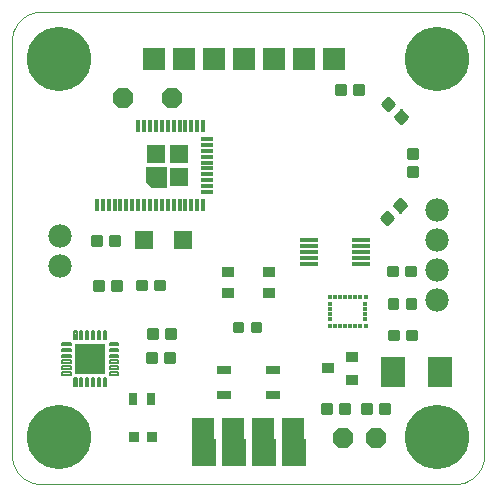
<source format=gts>
G75*
%MOIN*%
%OFA0B0*%
%FSLAX25Y25*%
%IPPOS*%
%LPD*%
%AMOC8*
5,1,8,0,0,1.08239X$1,22.5*
%
%ADD10C,0.00000*%
%ADD11OC8,0.06700*%
%ADD12C,0.00975*%
%ADD13R,0.05900X0.05900*%
%ADD14R,0.01306X0.01778*%
%ADD15R,0.01778X0.01306*%
%ADD16R,0.04337X0.03746*%
%ADD17R,0.06109X0.01581*%
%ADD18R,0.01400X0.04337*%
%ADD19R,0.04337X0.01400*%
%ADD20R,0.06306X0.06306*%
%ADD21C,0.00020*%
%ADD22C,0.00751*%
%ADD23R,0.10243X0.10243*%
%ADD24R,0.07800X0.07800*%
%ADD25C,0.21400*%
%ADD26C,0.07800*%
%ADD27C,0.00100*%
%ADD28R,0.04534X0.02959*%
%ADD29R,0.03550X0.03550*%
%ADD30R,0.02762X0.03943*%
%ADD31R,0.08274X0.10243*%
%ADD32R,0.03943X0.03550*%
D10*
X0002969Y0012811D02*
X0002969Y0150606D01*
X0002968Y0150606D02*
X0002971Y0150844D01*
X0002979Y0151082D01*
X0002994Y0151319D01*
X0003014Y0151556D01*
X0003040Y0151792D01*
X0003071Y0152028D01*
X0003108Y0152263D01*
X0003151Y0152497D01*
X0003200Y0152730D01*
X0003254Y0152962D01*
X0003314Y0153192D01*
X0003379Y0153421D01*
X0003450Y0153648D01*
X0003526Y0153873D01*
X0003608Y0154096D01*
X0003695Y0154318D01*
X0003787Y0154537D01*
X0003885Y0154754D01*
X0003987Y0154968D01*
X0004095Y0155180D01*
X0004209Y0155390D01*
X0004327Y0155596D01*
X0004450Y0155800D01*
X0004578Y0156000D01*
X0004710Y0156197D01*
X0004848Y0156392D01*
X0004990Y0156582D01*
X0005137Y0156770D01*
X0005288Y0156953D01*
X0005443Y0157133D01*
X0005603Y0157309D01*
X0005767Y0157481D01*
X0005936Y0157650D01*
X0006108Y0157814D01*
X0006284Y0157974D01*
X0006464Y0158129D01*
X0006647Y0158280D01*
X0006835Y0158427D01*
X0007025Y0158569D01*
X0007220Y0158707D01*
X0007417Y0158839D01*
X0007617Y0158967D01*
X0007821Y0159090D01*
X0008027Y0159208D01*
X0008237Y0159322D01*
X0008449Y0159430D01*
X0008663Y0159532D01*
X0008880Y0159630D01*
X0009099Y0159722D01*
X0009321Y0159809D01*
X0009544Y0159891D01*
X0009769Y0159967D01*
X0009996Y0160038D01*
X0010225Y0160103D01*
X0010455Y0160163D01*
X0010687Y0160217D01*
X0010920Y0160266D01*
X0011154Y0160309D01*
X0011389Y0160346D01*
X0011625Y0160377D01*
X0011861Y0160403D01*
X0012098Y0160423D01*
X0012335Y0160438D01*
X0012573Y0160446D01*
X0012811Y0160449D01*
X0150606Y0160449D01*
X0150844Y0160446D01*
X0151082Y0160438D01*
X0151319Y0160423D01*
X0151556Y0160403D01*
X0151792Y0160377D01*
X0152028Y0160346D01*
X0152263Y0160309D01*
X0152497Y0160266D01*
X0152730Y0160217D01*
X0152962Y0160163D01*
X0153192Y0160103D01*
X0153421Y0160038D01*
X0153648Y0159967D01*
X0153873Y0159891D01*
X0154096Y0159809D01*
X0154318Y0159722D01*
X0154537Y0159630D01*
X0154754Y0159532D01*
X0154968Y0159430D01*
X0155180Y0159322D01*
X0155390Y0159208D01*
X0155596Y0159090D01*
X0155800Y0158967D01*
X0156000Y0158839D01*
X0156197Y0158707D01*
X0156392Y0158569D01*
X0156582Y0158427D01*
X0156770Y0158280D01*
X0156953Y0158129D01*
X0157133Y0157974D01*
X0157309Y0157814D01*
X0157481Y0157650D01*
X0157650Y0157481D01*
X0157814Y0157309D01*
X0157974Y0157133D01*
X0158129Y0156953D01*
X0158280Y0156770D01*
X0158427Y0156582D01*
X0158569Y0156392D01*
X0158707Y0156197D01*
X0158839Y0156000D01*
X0158967Y0155800D01*
X0159090Y0155596D01*
X0159208Y0155390D01*
X0159322Y0155180D01*
X0159430Y0154968D01*
X0159532Y0154754D01*
X0159630Y0154537D01*
X0159722Y0154318D01*
X0159809Y0154096D01*
X0159891Y0153873D01*
X0159967Y0153648D01*
X0160038Y0153421D01*
X0160103Y0153192D01*
X0160163Y0152962D01*
X0160217Y0152730D01*
X0160266Y0152497D01*
X0160309Y0152263D01*
X0160346Y0152028D01*
X0160377Y0151792D01*
X0160403Y0151556D01*
X0160423Y0151319D01*
X0160438Y0151082D01*
X0160446Y0150844D01*
X0160449Y0150606D01*
X0160449Y0012811D01*
X0160446Y0012573D01*
X0160438Y0012335D01*
X0160423Y0012098D01*
X0160403Y0011861D01*
X0160377Y0011625D01*
X0160346Y0011389D01*
X0160309Y0011154D01*
X0160266Y0010920D01*
X0160217Y0010687D01*
X0160163Y0010455D01*
X0160103Y0010225D01*
X0160038Y0009996D01*
X0159967Y0009769D01*
X0159891Y0009544D01*
X0159809Y0009321D01*
X0159722Y0009099D01*
X0159630Y0008880D01*
X0159532Y0008663D01*
X0159430Y0008449D01*
X0159322Y0008237D01*
X0159208Y0008027D01*
X0159090Y0007821D01*
X0158967Y0007617D01*
X0158839Y0007417D01*
X0158707Y0007220D01*
X0158569Y0007025D01*
X0158427Y0006835D01*
X0158280Y0006647D01*
X0158129Y0006464D01*
X0157974Y0006284D01*
X0157814Y0006108D01*
X0157650Y0005936D01*
X0157481Y0005767D01*
X0157309Y0005603D01*
X0157133Y0005443D01*
X0156953Y0005288D01*
X0156770Y0005137D01*
X0156582Y0004990D01*
X0156392Y0004848D01*
X0156197Y0004710D01*
X0156000Y0004578D01*
X0155800Y0004450D01*
X0155596Y0004327D01*
X0155390Y0004209D01*
X0155180Y0004095D01*
X0154968Y0003987D01*
X0154754Y0003885D01*
X0154537Y0003787D01*
X0154318Y0003695D01*
X0154096Y0003608D01*
X0153873Y0003526D01*
X0153648Y0003450D01*
X0153421Y0003379D01*
X0153192Y0003314D01*
X0152962Y0003254D01*
X0152730Y0003200D01*
X0152497Y0003151D01*
X0152263Y0003108D01*
X0152028Y0003071D01*
X0151792Y0003040D01*
X0151556Y0003014D01*
X0151319Y0002994D01*
X0151082Y0002979D01*
X0150844Y0002971D01*
X0150606Y0002968D01*
X0150606Y0002969D02*
X0012811Y0002969D01*
X0012811Y0002968D02*
X0012573Y0002971D01*
X0012335Y0002979D01*
X0012098Y0002994D01*
X0011861Y0003014D01*
X0011625Y0003040D01*
X0011389Y0003071D01*
X0011154Y0003108D01*
X0010920Y0003151D01*
X0010687Y0003200D01*
X0010455Y0003254D01*
X0010225Y0003314D01*
X0009996Y0003379D01*
X0009769Y0003450D01*
X0009544Y0003526D01*
X0009321Y0003608D01*
X0009099Y0003695D01*
X0008880Y0003787D01*
X0008663Y0003885D01*
X0008449Y0003987D01*
X0008237Y0004095D01*
X0008027Y0004209D01*
X0007821Y0004327D01*
X0007617Y0004450D01*
X0007417Y0004578D01*
X0007220Y0004710D01*
X0007025Y0004848D01*
X0006835Y0004990D01*
X0006647Y0005137D01*
X0006464Y0005288D01*
X0006284Y0005443D01*
X0006108Y0005603D01*
X0005936Y0005767D01*
X0005767Y0005936D01*
X0005603Y0006108D01*
X0005443Y0006284D01*
X0005288Y0006464D01*
X0005137Y0006647D01*
X0004990Y0006835D01*
X0004848Y0007025D01*
X0004710Y0007220D01*
X0004578Y0007417D01*
X0004450Y0007617D01*
X0004327Y0007821D01*
X0004209Y0008027D01*
X0004095Y0008237D01*
X0003987Y0008449D01*
X0003885Y0008663D01*
X0003787Y0008880D01*
X0003695Y0009099D01*
X0003608Y0009321D01*
X0003526Y0009544D01*
X0003450Y0009769D01*
X0003379Y0009996D01*
X0003314Y0010225D01*
X0003254Y0010455D01*
X0003200Y0010687D01*
X0003151Y0010920D01*
X0003108Y0011154D01*
X0003071Y0011389D01*
X0003040Y0011625D01*
X0003014Y0011861D01*
X0002994Y0012098D01*
X0002979Y0012335D01*
X0002971Y0012573D01*
X0002968Y0012811D01*
D11*
X0113402Y0018244D03*
X0124465Y0018244D03*
X0056354Y0131827D03*
X0040173Y0131827D03*
D12*
X0038691Y0085770D02*
X0035765Y0085770D01*
X0038691Y0085770D02*
X0038691Y0082844D01*
X0035765Y0082844D01*
X0035765Y0085770D01*
X0035765Y0083818D02*
X0038691Y0083818D01*
X0038691Y0084792D02*
X0035765Y0084792D01*
X0035765Y0085766D02*
X0038691Y0085766D01*
X0032691Y0085770D02*
X0029765Y0085770D01*
X0032691Y0085770D02*
X0032691Y0082844D01*
X0029765Y0082844D01*
X0029765Y0085770D01*
X0029765Y0083818D02*
X0032691Y0083818D01*
X0032691Y0084792D02*
X0029765Y0084792D01*
X0029765Y0085766D02*
X0032691Y0085766D01*
X0033321Y0067805D02*
X0030395Y0067805D01*
X0030395Y0070731D01*
X0033321Y0070731D01*
X0033321Y0067805D01*
X0033321Y0068779D02*
X0030395Y0068779D01*
X0030395Y0069753D02*
X0033321Y0069753D01*
X0033321Y0070727D02*
X0030395Y0070727D01*
X0036395Y0067805D02*
X0039321Y0067805D01*
X0036395Y0067805D02*
X0036395Y0070731D01*
X0039321Y0070731D01*
X0039321Y0067805D01*
X0039321Y0068779D02*
X0036395Y0068779D01*
X0036395Y0069753D02*
X0039321Y0069753D01*
X0039321Y0070727D02*
X0036395Y0070727D01*
X0044805Y0067883D02*
X0047731Y0067883D01*
X0044805Y0067883D02*
X0044805Y0070809D01*
X0047731Y0070809D01*
X0047731Y0067883D01*
X0047731Y0068857D02*
X0044805Y0068857D01*
X0044805Y0069831D02*
X0047731Y0069831D01*
X0047731Y0070805D02*
X0044805Y0070805D01*
X0050805Y0067883D02*
X0053731Y0067883D01*
X0050805Y0067883D02*
X0050805Y0070809D01*
X0053731Y0070809D01*
X0053731Y0067883D01*
X0053731Y0068857D02*
X0050805Y0068857D01*
X0050805Y0069831D02*
X0053731Y0069831D01*
X0053731Y0070805D02*
X0050805Y0070805D01*
X0051284Y0054786D02*
X0048358Y0054786D01*
X0051284Y0054786D02*
X0051284Y0051860D01*
X0048358Y0051860D01*
X0048358Y0054786D01*
X0048358Y0052834D02*
X0051284Y0052834D01*
X0051284Y0053808D02*
X0048358Y0053808D01*
X0048358Y0054782D02*
X0051284Y0054782D01*
X0054358Y0054786D02*
X0057284Y0054786D01*
X0057284Y0051860D01*
X0054358Y0051860D01*
X0054358Y0054786D01*
X0054358Y0052834D02*
X0057284Y0052834D01*
X0057284Y0053808D02*
X0054358Y0053808D01*
X0054358Y0054782D02*
X0057284Y0054782D01*
X0057045Y0043631D02*
X0054119Y0043631D01*
X0054119Y0046557D01*
X0057045Y0046557D01*
X0057045Y0043631D01*
X0057045Y0044605D02*
X0054119Y0044605D01*
X0054119Y0045579D02*
X0057045Y0045579D01*
X0057045Y0046553D02*
X0054119Y0046553D01*
X0051045Y0043631D02*
X0048119Y0043631D01*
X0048119Y0046557D01*
X0051045Y0046557D01*
X0051045Y0043631D01*
X0051045Y0044605D02*
X0048119Y0044605D01*
X0048119Y0045579D02*
X0051045Y0045579D01*
X0051045Y0046553D02*
X0048119Y0046553D01*
X0076887Y0056847D02*
X0079813Y0056847D01*
X0079813Y0053921D01*
X0076887Y0053921D01*
X0076887Y0056847D01*
X0076887Y0054895D02*
X0079813Y0054895D01*
X0079813Y0055869D02*
X0076887Y0055869D01*
X0076887Y0056843D02*
X0079813Y0056843D01*
X0082887Y0056847D02*
X0085813Y0056847D01*
X0085813Y0053921D01*
X0082887Y0053921D01*
X0082887Y0056847D01*
X0082887Y0054895D02*
X0085813Y0054895D01*
X0085813Y0055869D02*
X0082887Y0055869D01*
X0082887Y0056843D02*
X0085813Y0056843D01*
X0106380Y0029628D02*
X0109306Y0029628D01*
X0109306Y0026702D01*
X0106380Y0026702D01*
X0106380Y0029628D01*
X0106380Y0027676D02*
X0109306Y0027676D01*
X0109306Y0028650D02*
X0106380Y0028650D01*
X0106380Y0029624D02*
X0109306Y0029624D01*
X0112380Y0029628D02*
X0115306Y0029628D01*
X0115306Y0026702D01*
X0112380Y0026702D01*
X0112380Y0029628D01*
X0112380Y0027676D02*
X0115306Y0027676D01*
X0115306Y0028650D02*
X0112380Y0028650D01*
X0112380Y0029624D02*
X0115306Y0029624D01*
X0119765Y0026702D02*
X0122691Y0026702D01*
X0119765Y0026702D02*
X0119765Y0029628D01*
X0122691Y0029628D01*
X0122691Y0026702D01*
X0122691Y0027676D02*
X0119765Y0027676D01*
X0119765Y0028650D02*
X0122691Y0028650D01*
X0122691Y0029624D02*
X0119765Y0029624D01*
X0125765Y0026702D02*
X0128691Y0026702D01*
X0125765Y0026702D02*
X0125765Y0029628D01*
X0128691Y0029628D01*
X0128691Y0026702D01*
X0128691Y0027676D02*
X0125765Y0027676D01*
X0125765Y0028650D02*
X0128691Y0028650D01*
X0128691Y0029624D02*
X0125765Y0029624D01*
X0128860Y0051230D02*
X0131786Y0051230D01*
X0128860Y0051230D02*
X0128860Y0054156D01*
X0131786Y0054156D01*
X0131786Y0051230D01*
X0131786Y0052204D02*
X0128860Y0052204D01*
X0128860Y0053178D02*
X0131786Y0053178D01*
X0131786Y0054152D02*
X0128860Y0054152D01*
X0134860Y0051230D02*
X0137786Y0051230D01*
X0134860Y0051230D02*
X0134860Y0054156D01*
X0137786Y0054156D01*
X0137786Y0051230D01*
X0137786Y0052204D02*
X0134860Y0052204D01*
X0134860Y0053178D02*
X0137786Y0053178D01*
X0137786Y0054152D02*
X0134860Y0054152D01*
X0134584Y0061702D02*
X0137510Y0061702D01*
X0134584Y0061702D02*
X0134584Y0064628D01*
X0137510Y0064628D01*
X0137510Y0061702D01*
X0137510Y0062676D02*
X0134584Y0062676D01*
X0134584Y0063650D02*
X0137510Y0063650D01*
X0137510Y0064624D02*
X0134584Y0064624D01*
X0131510Y0061702D02*
X0128584Y0061702D01*
X0128584Y0064628D01*
X0131510Y0064628D01*
X0131510Y0061702D01*
X0131510Y0062676D02*
X0128584Y0062676D01*
X0128584Y0063650D02*
X0131510Y0063650D01*
X0131510Y0064624D02*
X0128584Y0064624D01*
X0128387Y0072568D02*
X0131313Y0072568D01*
X0128387Y0072568D02*
X0128387Y0075494D01*
X0131313Y0075494D01*
X0131313Y0072568D01*
X0131313Y0073542D02*
X0128387Y0073542D01*
X0128387Y0074516D02*
X0131313Y0074516D01*
X0131313Y0075490D02*
X0128387Y0075490D01*
X0134387Y0072568D02*
X0137313Y0072568D01*
X0134387Y0072568D02*
X0134387Y0075494D01*
X0137313Y0075494D01*
X0137313Y0072568D01*
X0137313Y0073542D02*
X0134387Y0073542D01*
X0134387Y0074516D02*
X0137313Y0074516D01*
X0137313Y0075490D02*
X0134387Y0075490D01*
X0125976Y0091653D02*
X0128044Y0093721D01*
X0130112Y0091653D01*
X0128044Y0089585D01*
X0125976Y0091653D01*
X0127070Y0090559D02*
X0129018Y0090559D01*
X0129992Y0091533D02*
X0126096Y0091533D01*
X0126830Y0092507D02*
X0129258Y0092507D01*
X0128284Y0093481D02*
X0127804Y0093481D01*
X0130219Y0095895D02*
X0132287Y0097963D01*
X0134355Y0095895D01*
X0132287Y0093827D01*
X0130219Y0095895D01*
X0131313Y0094801D02*
X0133261Y0094801D01*
X0134235Y0095775D02*
X0130339Y0095775D01*
X0131073Y0096749D02*
X0133501Y0096749D01*
X0132527Y0097723D02*
X0132047Y0097723D01*
X0135167Y0105828D02*
X0135167Y0108754D01*
X0138093Y0108754D01*
X0138093Y0105828D01*
X0135167Y0105828D01*
X0135167Y0106802D02*
X0138093Y0106802D01*
X0138093Y0107776D02*
X0135167Y0107776D01*
X0135167Y0108750D02*
X0138093Y0108750D01*
X0135167Y0111828D02*
X0135167Y0114754D01*
X0138093Y0114754D01*
X0138093Y0111828D01*
X0135167Y0111828D01*
X0135167Y0112802D02*
X0138093Y0112802D01*
X0138093Y0113776D02*
X0135167Y0113776D01*
X0135167Y0114750D02*
X0138093Y0114750D01*
X0132657Y0123423D02*
X0130589Y0125491D01*
X0132657Y0127559D01*
X0134725Y0125491D01*
X0132657Y0123423D01*
X0133631Y0124397D02*
X0131683Y0124397D01*
X0130709Y0125371D02*
X0134605Y0125371D01*
X0133871Y0126345D02*
X0131443Y0126345D01*
X0132417Y0127319D02*
X0132897Y0127319D01*
X0128414Y0127666D02*
X0126346Y0129734D01*
X0128414Y0131802D01*
X0130482Y0129734D01*
X0128414Y0127666D01*
X0129388Y0128640D02*
X0127440Y0128640D01*
X0126466Y0129614D02*
X0130362Y0129614D01*
X0129628Y0130588D02*
X0127200Y0130588D01*
X0128174Y0131562D02*
X0128654Y0131562D01*
X0119929Y0132985D02*
X0117003Y0132985D01*
X0117003Y0135911D01*
X0119929Y0135911D01*
X0119929Y0132985D01*
X0119929Y0133959D02*
X0117003Y0133959D01*
X0117003Y0134933D02*
X0119929Y0134933D01*
X0119929Y0135907D02*
X0117003Y0135907D01*
X0113929Y0132985D02*
X0111003Y0132985D01*
X0111003Y0135911D01*
X0113929Y0135911D01*
X0113929Y0132985D01*
X0113929Y0133959D02*
X0111003Y0133959D01*
X0111003Y0134933D02*
X0113929Y0134933D01*
X0113929Y0135907D02*
X0111003Y0135907D01*
D13*
X0059941Y0084346D03*
X0046941Y0084346D03*
D14*
X0109027Y0065259D03*
X0110720Y0065259D03*
X0112413Y0065259D03*
X0114106Y0065259D03*
X0115798Y0065259D03*
X0117491Y0065259D03*
X0119184Y0065259D03*
X0120877Y0065259D03*
X0120877Y0055653D03*
X0119184Y0055653D03*
X0117491Y0055653D03*
X0115798Y0055653D03*
X0114106Y0055653D03*
X0112413Y0055653D03*
X0110720Y0055653D03*
X0109027Y0055653D03*
D15*
X0109145Y0057917D03*
X0109145Y0059609D03*
X0109145Y0061302D03*
X0109145Y0062995D03*
X0120759Y0062995D03*
X0120759Y0061302D03*
X0120759Y0059609D03*
X0120759Y0057917D03*
D16*
X0088779Y0066694D03*
X0088779Y0073583D03*
X0074999Y0073583D03*
X0074999Y0066694D03*
D17*
X0102120Y0076413D03*
X0102120Y0078382D03*
X0102120Y0080350D03*
X0102120Y0082319D03*
X0102120Y0084287D03*
X0119443Y0084287D03*
X0119443Y0082319D03*
X0119443Y0080350D03*
X0119443Y0078382D03*
X0119443Y0076413D03*
D18*
X0066748Y0096177D03*
X0064780Y0096177D03*
X0062811Y0096177D03*
X0060843Y0096177D03*
X0058874Y0096177D03*
X0056906Y0096177D03*
X0054937Y0096177D03*
X0052969Y0096177D03*
X0051000Y0096177D03*
X0049031Y0096177D03*
X0047063Y0096177D03*
X0045094Y0096177D03*
X0043126Y0096177D03*
X0041157Y0096177D03*
X0039189Y0096177D03*
X0037220Y0096177D03*
X0035252Y0096177D03*
X0033283Y0096177D03*
X0031315Y0096177D03*
X0045094Y0122201D03*
X0047063Y0122201D03*
X0049031Y0122201D03*
X0051000Y0122201D03*
X0052969Y0122201D03*
X0054937Y0122201D03*
X0056906Y0122201D03*
X0058874Y0122201D03*
X0060843Y0122201D03*
X0062811Y0122201D03*
X0064780Y0122201D03*
X0066748Y0122201D03*
D19*
X0067890Y0118047D03*
X0067890Y0116079D03*
X0067890Y0114110D03*
X0067890Y0112142D03*
X0067890Y0110173D03*
X0067890Y0108205D03*
X0067890Y0106236D03*
X0067890Y0104268D03*
X0067890Y0102299D03*
X0067890Y0100331D03*
D20*
X0058835Y0105232D03*
X0058835Y0113106D03*
X0050961Y0113106D03*
D21*
X0054307Y0108579D02*
X0047614Y0108579D01*
X0047614Y0103894D01*
X0049622Y0101886D01*
X0054307Y0101886D01*
X0054307Y0108579D01*
X0054307Y0108571D02*
X0047614Y0108571D01*
X0047614Y0108553D02*
X0054307Y0108553D01*
X0054307Y0108535D02*
X0047614Y0108535D01*
X0047614Y0108516D02*
X0054307Y0108516D01*
X0054307Y0108498D02*
X0047614Y0108498D01*
X0047614Y0108480D02*
X0054307Y0108480D01*
X0054307Y0108462D02*
X0047614Y0108462D01*
X0047614Y0108444D02*
X0054307Y0108444D01*
X0054307Y0108425D02*
X0047614Y0108425D01*
X0047614Y0108407D02*
X0054307Y0108407D01*
X0054307Y0108389D02*
X0047614Y0108389D01*
X0047614Y0108371D02*
X0054307Y0108371D01*
X0054307Y0108353D02*
X0047614Y0108353D01*
X0047614Y0108334D02*
X0054307Y0108334D01*
X0054307Y0108316D02*
X0047614Y0108316D01*
X0047614Y0108298D02*
X0054307Y0108298D01*
X0054307Y0108280D02*
X0047614Y0108280D01*
X0047614Y0108262D02*
X0054307Y0108262D01*
X0054307Y0108243D02*
X0047614Y0108243D01*
X0047614Y0108225D02*
X0054307Y0108225D01*
X0054307Y0108207D02*
X0047614Y0108207D01*
X0047614Y0108189D02*
X0054307Y0108189D01*
X0054307Y0108171D02*
X0047614Y0108171D01*
X0047614Y0108152D02*
X0054307Y0108152D01*
X0054307Y0108134D02*
X0047614Y0108134D01*
X0047614Y0108116D02*
X0054307Y0108116D01*
X0054307Y0108098D02*
X0047614Y0108098D01*
X0047614Y0108080D02*
X0054307Y0108080D01*
X0054307Y0108062D02*
X0047614Y0108062D01*
X0047614Y0108043D02*
X0054307Y0108043D01*
X0054307Y0108025D02*
X0047614Y0108025D01*
X0047614Y0108007D02*
X0054307Y0108007D01*
X0054307Y0107989D02*
X0047614Y0107989D01*
X0047614Y0107971D02*
X0054307Y0107971D01*
X0054307Y0107952D02*
X0047614Y0107952D01*
X0047614Y0107934D02*
X0054307Y0107934D01*
X0054307Y0107916D02*
X0047614Y0107916D01*
X0047614Y0107898D02*
X0054307Y0107898D01*
X0054307Y0107880D02*
X0047614Y0107880D01*
X0047614Y0107861D02*
X0054307Y0107861D01*
X0054307Y0107843D02*
X0047614Y0107843D01*
X0047614Y0107825D02*
X0054307Y0107825D01*
X0054307Y0107807D02*
X0047614Y0107807D01*
X0047614Y0107789D02*
X0054307Y0107789D01*
X0054307Y0107770D02*
X0047614Y0107770D01*
X0047614Y0107752D02*
X0054307Y0107752D01*
X0054307Y0107734D02*
X0047614Y0107734D01*
X0047614Y0107716D02*
X0054307Y0107716D01*
X0054307Y0107698D02*
X0047614Y0107698D01*
X0047614Y0107679D02*
X0054307Y0107679D01*
X0054307Y0107661D02*
X0047614Y0107661D01*
X0047614Y0107643D02*
X0054307Y0107643D01*
X0054307Y0107625D02*
X0047614Y0107625D01*
X0047614Y0107607D02*
X0054307Y0107607D01*
X0054307Y0107588D02*
X0047614Y0107588D01*
X0047614Y0107570D02*
X0054307Y0107570D01*
X0054307Y0107552D02*
X0047614Y0107552D01*
X0047614Y0107534D02*
X0054307Y0107534D01*
X0054307Y0107516D02*
X0047614Y0107516D01*
X0047614Y0107497D02*
X0054307Y0107497D01*
X0054307Y0107479D02*
X0047614Y0107479D01*
X0047614Y0107461D02*
X0054307Y0107461D01*
X0054307Y0107443D02*
X0047614Y0107443D01*
X0047614Y0107425D02*
X0054307Y0107425D01*
X0054307Y0107406D02*
X0047614Y0107406D01*
X0047614Y0107388D02*
X0054307Y0107388D01*
X0054307Y0107370D02*
X0047614Y0107370D01*
X0047614Y0107352D02*
X0054307Y0107352D01*
X0054307Y0107334D02*
X0047614Y0107334D01*
X0047614Y0107315D02*
X0054307Y0107315D01*
X0054307Y0107297D02*
X0047614Y0107297D01*
X0047614Y0107279D02*
X0054307Y0107279D01*
X0054307Y0107261D02*
X0047614Y0107261D01*
X0047614Y0107243D02*
X0054307Y0107243D01*
X0054307Y0107224D02*
X0047614Y0107224D01*
X0047614Y0107206D02*
X0054307Y0107206D01*
X0054307Y0107188D02*
X0047614Y0107188D01*
X0047614Y0107170D02*
X0054307Y0107170D01*
X0054307Y0107152D02*
X0047614Y0107152D01*
X0047614Y0107133D02*
X0054307Y0107133D01*
X0054307Y0107115D02*
X0047614Y0107115D01*
X0047614Y0107097D02*
X0054307Y0107097D01*
X0054307Y0107079D02*
X0047614Y0107079D01*
X0047614Y0107061D02*
X0054307Y0107061D01*
X0054307Y0107043D02*
X0047614Y0107043D01*
X0047614Y0107024D02*
X0054307Y0107024D01*
X0054307Y0107006D02*
X0047614Y0107006D01*
X0047614Y0106988D02*
X0054307Y0106988D01*
X0054307Y0106970D02*
X0047614Y0106970D01*
X0047614Y0106952D02*
X0054307Y0106952D01*
X0054307Y0106933D02*
X0047614Y0106933D01*
X0047614Y0106915D02*
X0054307Y0106915D01*
X0054307Y0106897D02*
X0047614Y0106897D01*
X0047614Y0106879D02*
X0054307Y0106879D01*
X0054307Y0106861D02*
X0047614Y0106861D01*
X0047614Y0106842D02*
X0054307Y0106842D01*
X0054307Y0106824D02*
X0047614Y0106824D01*
X0047614Y0106806D02*
X0054307Y0106806D01*
X0054307Y0106788D02*
X0047614Y0106788D01*
X0047614Y0106770D02*
X0054307Y0106770D01*
X0054307Y0106751D02*
X0047614Y0106751D01*
X0047614Y0106733D02*
X0054307Y0106733D01*
X0054307Y0106715D02*
X0047614Y0106715D01*
X0047614Y0106697D02*
X0054307Y0106697D01*
X0054307Y0106679D02*
X0047614Y0106679D01*
X0047614Y0106660D02*
X0054307Y0106660D01*
X0054307Y0106642D02*
X0047614Y0106642D01*
X0047614Y0106624D02*
X0054307Y0106624D01*
X0054307Y0106606D02*
X0047614Y0106606D01*
X0047614Y0106588D02*
X0054307Y0106588D01*
X0054307Y0106569D02*
X0047614Y0106569D01*
X0047614Y0106551D02*
X0054307Y0106551D01*
X0054307Y0106533D02*
X0047614Y0106533D01*
X0047614Y0106515D02*
X0054307Y0106515D01*
X0054307Y0106497D02*
X0047614Y0106497D01*
X0047614Y0106478D02*
X0054307Y0106478D01*
X0054307Y0106460D02*
X0047614Y0106460D01*
X0047614Y0106442D02*
X0054307Y0106442D01*
X0054307Y0106424D02*
X0047614Y0106424D01*
X0047614Y0106406D02*
X0054307Y0106406D01*
X0054307Y0106387D02*
X0047614Y0106387D01*
X0047614Y0106369D02*
X0054307Y0106369D01*
X0054307Y0106351D02*
X0047614Y0106351D01*
X0047614Y0106333D02*
X0054307Y0106333D01*
X0054307Y0106315D02*
X0047614Y0106315D01*
X0047614Y0106296D02*
X0054307Y0106296D01*
X0054307Y0106278D02*
X0047614Y0106278D01*
X0047614Y0106260D02*
X0054307Y0106260D01*
X0054307Y0106242D02*
X0047614Y0106242D01*
X0047614Y0106224D02*
X0054307Y0106224D01*
X0054307Y0106205D02*
X0047614Y0106205D01*
X0047614Y0106187D02*
X0054307Y0106187D01*
X0054307Y0106169D02*
X0047614Y0106169D01*
X0047614Y0106151D02*
X0054307Y0106151D01*
X0054307Y0106133D02*
X0047614Y0106133D01*
X0047614Y0106114D02*
X0054307Y0106114D01*
X0054307Y0106096D02*
X0047614Y0106096D01*
X0047614Y0106078D02*
X0054307Y0106078D01*
X0054307Y0106060D02*
X0047614Y0106060D01*
X0047614Y0106042D02*
X0054307Y0106042D01*
X0054307Y0106024D02*
X0047614Y0106024D01*
X0047614Y0106005D02*
X0054307Y0106005D01*
X0054307Y0105987D02*
X0047614Y0105987D01*
X0047614Y0105969D02*
X0054307Y0105969D01*
X0054307Y0105951D02*
X0047614Y0105951D01*
X0047614Y0105933D02*
X0054307Y0105933D01*
X0054307Y0105914D02*
X0047614Y0105914D01*
X0047614Y0105896D02*
X0054307Y0105896D01*
X0054307Y0105878D02*
X0047614Y0105878D01*
X0047614Y0105860D02*
X0054307Y0105860D01*
X0054307Y0105842D02*
X0047614Y0105842D01*
X0047614Y0105823D02*
X0054307Y0105823D01*
X0054307Y0105805D02*
X0047614Y0105805D01*
X0047614Y0105787D02*
X0054307Y0105787D01*
X0054307Y0105769D02*
X0047614Y0105769D01*
X0047614Y0105751D02*
X0054307Y0105751D01*
X0054307Y0105732D02*
X0047614Y0105732D01*
X0047614Y0105714D02*
X0054307Y0105714D01*
X0054307Y0105696D02*
X0047614Y0105696D01*
X0047614Y0105678D02*
X0054307Y0105678D01*
X0054307Y0105660D02*
X0047614Y0105660D01*
X0047614Y0105641D02*
X0054307Y0105641D01*
X0054307Y0105623D02*
X0047614Y0105623D01*
X0047614Y0105605D02*
X0054307Y0105605D01*
X0054307Y0105587D02*
X0047614Y0105587D01*
X0047614Y0105569D02*
X0054307Y0105569D01*
X0054307Y0105550D02*
X0047614Y0105550D01*
X0047614Y0105532D02*
X0054307Y0105532D01*
X0054307Y0105514D02*
X0047614Y0105514D01*
X0047614Y0105496D02*
X0054307Y0105496D01*
X0054307Y0105478D02*
X0047614Y0105478D01*
X0047614Y0105459D02*
X0054307Y0105459D01*
X0054307Y0105441D02*
X0047614Y0105441D01*
X0047614Y0105423D02*
X0054307Y0105423D01*
X0054307Y0105405D02*
X0047614Y0105405D01*
X0047614Y0105387D02*
X0054307Y0105387D01*
X0054307Y0105368D02*
X0047614Y0105368D01*
X0047614Y0105350D02*
X0054307Y0105350D01*
X0054307Y0105332D02*
X0047614Y0105332D01*
X0047614Y0105314D02*
X0054307Y0105314D01*
X0054307Y0105296D02*
X0047614Y0105296D01*
X0047614Y0105277D02*
X0054307Y0105277D01*
X0054307Y0105259D02*
X0047614Y0105259D01*
X0047614Y0105241D02*
X0054307Y0105241D01*
X0054307Y0105223D02*
X0047614Y0105223D01*
X0047614Y0105205D02*
X0054307Y0105205D01*
X0054307Y0105186D02*
X0047614Y0105186D01*
X0047614Y0105168D02*
X0054307Y0105168D01*
X0054307Y0105150D02*
X0047614Y0105150D01*
X0047614Y0105132D02*
X0054307Y0105132D01*
X0054307Y0105114D02*
X0047614Y0105114D01*
X0047614Y0105095D02*
X0054307Y0105095D01*
X0054307Y0105077D02*
X0047614Y0105077D01*
X0047614Y0105059D02*
X0054307Y0105059D01*
X0054307Y0105041D02*
X0047614Y0105041D01*
X0047614Y0105023D02*
X0054307Y0105023D01*
X0054307Y0105005D02*
X0047614Y0105005D01*
X0047614Y0104986D02*
X0054307Y0104986D01*
X0054307Y0104968D02*
X0047614Y0104968D01*
X0047614Y0104950D02*
X0054307Y0104950D01*
X0054307Y0104932D02*
X0047614Y0104932D01*
X0047614Y0104914D02*
X0054307Y0104914D01*
X0054307Y0104895D02*
X0047614Y0104895D01*
X0047614Y0104877D02*
X0054307Y0104877D01*
X0054307Y0104859D02*
X0047614Y0104859D01*
X0047614Y0104841D02*
X0054307Y0104841D01*
X0054307Y0104823D02*
X0047614Y0104823D01*
X0047614Y0104804D02*
X0054307Y0104804D01*
X0054307Y0104786D02*
X0047614Y0104786D01*
X0047614Y0104768D02*
X0054307Y0104768D01*
X0054307Y0104750D02*
X0047614Y0104750D01*
X0047614Y0104732D02*
X0054307Y0104732D01*
X0054307Y0104713D02*
X0047614Y0104713D01*
X0047614Y0104695D02*
X0054307Y0104695D01*
X0054307Y0104677D02*
X0047614Y0104677D01*
X0047614Y0104659D02*
X0054307Y0104659D01*
X0054307Y0104641D02*
X0047614Y0104641D01*
X0047614Y0104622D02*
X0054307Y0104622D01*
X0054307Y0104604D02*
X0047614Y0104604D01*
X0047614Y0104586D02*
X0054307Y0104586D01*
X0054307Y0104568D02*
X0047614Y0104568D01*
X0047614Y0104550D02*
X0054307Y0104550D01*
X0054307Y0104531D02*
X0047614Y0104531D01*
X0047614Y0104513D02*
X0054307Y0104513D01*
X0054307Y0104495D02*
X0047614Y0104495D01*
X0047614Y0104477D02*
X0054307Y0104477D01*
X0054307Y0104459D02*
X0047614Y0104459D01*
X0047614Y0104440D02*
X0054307Y0104440D01*
X0054307Y0104422D02*
X0047614Y0104422D01*
X0047614Y0104404D02*
X0054307Y0104404D01*
X0054307Y0104386D02*
X0047614Y0104386D01*
X0047614Y0104368D02*
X0054307Y0104368D01*
X0054307Y0104349D02*
X0047614Y0104349D01*
X0047614Y0104331D02*
X0054307Y0104331D01*
X0054307Y0104313D02*
X0047614Y0104313D01*
X0047614Y0104295D02*
X0054307Y0104295D01*
X0054307Y0104277D02*
X0047614Y0104277D01*
X0047614Y0104258D02*
X0054307Y0104258D01*
X0054307Y0104240D02*
X0047614Y0104240D01*
X0047614Y0104222D02*
X0054307Y0104222D01*
X0054307Y0104204D02*
X0047614Y0104204D01*
X0047614Y0104186D02*
X0054307Y0104186D01*
X0054307Y0104167D02*
X0047614Y0104167D01*
X0047614Y0104149D02*
X0054307Y0104149D01*
X0054307Y0104131D02*
X0047614Y0104131D01*
X0047614Y0104113D02*
X0054307Y0104113D01*
X0054307Y0104095D02*
X0047614Y0104095D01*
X0047614Y0104077D02*
X0054307Y0104077D01*
X0054307Y0104058D02*
X0047614Y0104058D01*
X0047614Y0104040D02*
X0054307Y0104040D01*
X0054307Y0104022D02*
X0047614Y0104022D01*
X0047614Y0104004D02*
X0054307Y0104004D01*
X0054307Y0103986D02*
X0047614Y0103986D01*
X0047614Y0103967D02*
X0054307Y0103967D01*
X0054307Y0103949D02*
X0047614Y0103949D01*
X0047614Y0103931D02*
X0054307Y0103931D01*
X0054307Y0103913D02*
X0047614Y0103913D01*
X0047614Y0103895D02*
X0054307Y0103895D01*
X0054307Y0103876D02*
X0047632Y0103876D01*
X0047650Y0103858D02*
X0054307Y0103858D01*
X0054307Y0103840D02*
X0047668Y0103840D01*
X0047686Y0103822D02*
X0054307Y0103822D01*
X0054307Y0103804D02*
X0047704Y0103804D01*
X0047723Y0103785D02*
X0054307Y0103785D01*
X0054307Y0103767D02*
X0047741Y0103767D01*
X0047759Y0103749D02*
X0054307Y0103749D01*
X0054307Y0103731D02*
X0047777Y0103731D01*
X0047795Y0103713D02*
X0054307Y0103713D01*
X0054307Y0103694D02*
X0047813Y0103694D01*
X0047832Y0103676D02*
X0054307Y0103676D01*
X0054307Y0103658D02*
X0047850Y0103658D01*
X0047868Y0103640D02*
X0054307Y0103640D01*
X0054307Y0103622D02*
X0047886Y0103622D01*
X0047904Y0103603D02*
X0054307Y0103603D01*
X0054307Y0103585D02*
X0047923Y0103585D01*
X0047941Y0103567D02*
X0054307Y0103567D01*
X0054307Y0103549D02*
X0047959Y0103549D01*
X0047977Y0103531D02*
X0054307Y0103531D01*
X0054307Y0103512D02*
X0047995Y0103512D01*
X0048014Y0103494D02*
X0054307Y0103494D01*
X0054307Y0103476D02*
X0048032Y0103476D01*
X0048050Y0103458D02*
X0054307Y0103458D01*
X0054307Y0103440D02*
X0048068Y0103440D01*
X0048086Y0103421D02*
X0054307Y0103421D01*
X0054307Y0103403D02*
X0048105Y0103403D01*
X0048123Y0103385D02*
X0054307Y0103385D01*
X0054307Y0103367D02*
X0048141Y0103367D01*
X0048159Y0103349D02*
X0054307Y0103349D01*
X0054307Y0103330D02*
X0048177Y0103330D01*
X0048196Y0103312D02*
X0054307Y0103312D01*
X0054307Y0103294D02*
X0048214Y0103294D01*
X0048232Y0103276D02*
X0054307Y0103276D01*
X0054307Y0103258D02*
X0048250Y0103258D01*
X0048268Y0103239D02*
X0054307Y0103239D01*
X0054307Y0103221D02*
X0048287Y0103221D01*
X0048305Y0103203D02*
X0054307Y0103203D01*
X0054307Y0103185D02*
X0048323Y0103185D01*
X0048341Y0103167D02*
X0054307Y0103167D01*
X0054307Y0103148D02*
X0048359Y0103148D01*
X0048378Y0103130D02*
X0054307Y0103130D01*
X0054307Y0103112D02*
X0048396Y0103112D01*
X0048414Y0103094D02*
X0054307Y0103094D01*
X0054307Y0103076D02*
X0048432Y0103076D01*
X0048450Y0103058D02*
X0054307Y0103058D01*
X0054307Y0103039D02*
X0048469Y0103039D01*
X0048487Y0103021D02*
X0054307Y0103021D01*
X0054307Y0103003D02*
X0048505Y0103003D01*
X0048523Y0102985D02*
X0054307Y0102985D01*
X0054307Y0102967D02*
X0048541Y0102967D01*
X0048560Y0102948D02*
X0054307Y0102948D01*
X0054307Y0102930D02*
X0048578Y0102930D01*
X0048596Y0102912D02*
X0054307Y0102912D01*
X0054307Y0102894D02*
X0048614Y0102894D01*
X0048632Y0102876D02*
X0054307Y0102876D01*
X0054307Y0102857D02*
X0048651Y0102857D01*
X0048669Y0102839D02*
X0054307Y0102839D01*
X0054307Y0102821D02*
X0048687Y0102821D01*
X0048705Y0102803D02*
X0054307Y0102803D01*
X0054307Y0102785D02*
X0048723Y0102785D01*
X0048742Y0102766D02*
X0054307Y0102766D01*
X0054307Y0102748D02*
X0048760Y0102748D01*
X0048778Y0102730D02*
X0054307Y0102730D01*
X0054307Y0102712D02*
X0048796Y0102712D01*
X0048814Y0102694D02*
X0054307Y0102694D01*
X0054307Y0102675D02*
X0048832Y0102675D01*
X0048851Y0102657D02*
X0054307Y0102657D01*
X0054307Y0102639D02*
X0048869Y0102639D01*
X0048887Y0102621D02*
X0054307Y0102621D01*
X0054307Y0102603D02*
X0048905Y0102603D01*
X0048923Y0102584D02*
X0054307Y0102584D01*
X0054307Y0102566D02*
X0048942Y0102566D01*
X0048960Y0102548D02*
X0054307Y0102548D01*
X0054307Y0102530D02*
X0048978Y0102530D01*
X0048996Y0102512D02*
X0054307Y0102512D01*
X0054307Y0102493D02*
X0049014Y0102493D01*
X0049033Y0102475D02*
X0054307Y0102475D01*
X0054307Y0102457D02*
X0049051Y0102457D01*
X0049069Y0102439D02*
X0054307Y0102439D01*
X0054307Y0102421D02*
X0049087Y0102421D01*
X0049105Y0102402D02*
X0054307Y0102402D01*
X0054307Y0102384D02*
X0049124Y0102384D01*
X0049142Y0102366D02*
X0054307Y0102366D01*
X0054307Y0102348D02*
X0049160Y0102348D01*
X0049178Y0102330D02*
X0054307Y0102330D01*
X0054307Y0102311D02*
X0049196Y0102311D01*
X0049215Y0102293D02*
X0054307Y0102293D01*
X0054307Y0102275D02*
X0049233Y0102275D01*
X0049251Y0102257D02*
X0054307Y0102257D01*
X0054307Y0102239D02*
X0049269Y0102239D01*
X0049287Y0102220D02*
X0054307Y0102220D01*
X0054307Y0102202D02*
X0049306Y0102202D01*
X0049324Y0102184D02*
X0054307Y0102184D01*
X0054307Y0102166D02*
X0049342Y0102166D01*
X0049360Y0102148D02*
X0054307Y0102148D01*
X0054307Y0102129D02*
X0049378Y0102129D01*
X0049397Y0102111D02*
X0054307Y0102111D01*
X0054307Y0102093D02*
X0049415Y0102093D01*
X0049433Y0102075D02*
X0054307Y0102075D01*
X0054307Y0102057D02*
X0049451Y0102057D01*
X0049469Y0102039D02*
X0054307Y0102039D01*
X0054307Y0102020D02*
X0049488Y0102020D01*
X0049506Y0102002D02*
X0054307Y0102002D01*
X0054307Y0101984D02*
X0049524Y0101984D01*
X0049542Y0101966D02*
X0054307Y0101966D01*
X0054307Y0101948D02*
X0049560Y0101948D01*
X0049579Y0101929D02*
X0054307Y0101929D01*
X0054307Y0101911D02*
X0049597Y0101911D01*
X0049615Y0101893D02*
X0054307Y0101893D01*
D22*
X0033633Y0054085D02*
X0033633Y0051285D01*
X0033633Y0054085D02*
X0034385Y0054085D01*
X0034385Y0051285D01*
X0033633Y0051285D01*
X0033633Y0052035D02*
X0034385Y0052035D01*
X0034385Y0052785D02*
X0033633Y0052785D01*
X0033633Y0053535D02*
X0034385Y0053535D01*
X0031664Y0054085D02*
X0031664Y0051285D01*
X0031664Y0054085D02*
X0032416Y0054085D01*
X0032416Y0051285D01*
X0031664Y0051285D01*
X0031664Y0052035D02*
X0032416Y0052035D01*
X0032416Y0052785D02*
X0031664Y0052785D01*
X0031664Y0053535D02*
X0032416Y0053535D01*
X0029696Y0054085D02*
X0029696Y0051285D01*
X0029696Y0054085D02*
X0030448Y0054085D01*
X0030448Y0051285D01*
X0029696Y0051285D01*
X0029696Y0052035D02*
X0030448Y0052035D01*
X0030448Y0052785D02*
X0029696Y0052785D01*
X0029696Y0053535D02*
X0030448Y0053535D01*
X0027727Y0054085D02*
X0027727Y0051285D01*
X0027727Y0054085D02*
X0028479Y0054085D01*
X0028479Y0051285D01*
X0027727Y0051285D01*
X0027727Y0052035D02*
X0028479Y0052035D01*
X0028479Y0052785D02*
X0027727Y0052785D01*
X0027727Y0053535D02*
X0028479Y0053535D01*
X0025759Y0054085D02*
X0025759Y0051285D01*
X0025759Y0054085D02*
X0026511Y0054085D01*
X0026511Y0051285D01*
X0025759Y0051285D01*
X0025759Y0052035D02*
X0026511Y0052035D01*
X0026511Y0052785D02*
X0025759Y0052785D01*
X0025759Y0053535D02*
X0026511Y0053535D01*
X0023790Y0054085D02*
X0023790Y0051285D01*
X0023790Y0054085D02*
X0024542Y0054085D01*
X0024542Y0051285D01*
X0023790Y0051285D01*
X0023790Y0052035D02*
X0024542Y0052035D01*
X0024542Y0052785D02*
X0023790Y0052785D01*
X0023790Y0053535D02*
X0024542Y0053535D01*
X0022613Y0050108D02*
X0019813Y0050108D01*
X0022613Y0050108D02*
X0022613Y0049356D01*
X0019813Y0049356D01*
X0019813Y0050108D01*
X0019813Y0050106D02*
X0022613Y0050106D01*
X0022613Y0048140D02*
X0019813Y0048140D01*
X0022613Y0048140D02*
X0022613Y0047388D01*
X0019813Y0047388D01*
X0019813Y0048140D01*
X0019813Y0048138D02*
X0022613Y0048138D01*
X0022613Y0046171D02*
X0019813Y0046171D01*
X0022613Y0046171D02*
X0022613Y0045419D01*
X0019813Y0045419D01*
X0019813Y0046171D01*
X0019813Y0046169D02*
X0022613Y0046169D01*
X0022613Y0044203D02*
X0019813Y0044203D01*
X0022613Y0044203D02*
X0022613Y0043451D01*
X0019813Y0043451D01*
X0019813Y0044203D01*
X0019813Y0044201D02*
X0022613Y0044201D01*
X0022613Y0042234D02*
X0019813Y0042234D01*
X0022613Y0042234D02*
X0022613Y0041482D01*
X0019813Y0041482D01*
X0019813Y0042234D01*
X0019813Y0042232D02*
X0022613Y0042232D01*
X0022613Y0040266D02*
X0019813Y0040266D01*
X0022613Y0040266D02*
X0022613Y0039514D01*
X0019813Y0039514D01*
X0019813Y0040266D01*
X0019813Y0040264D02*
X0022613Y0040264D01*
X0024542Y0038337D02*
X0024542Y0035537D01*
X0023790Y0035537D01*
X0023790Y0038337D01*
X0024542Y0038337D01*
X0024542Y0036287D02*
X0023790Y0036287D01*
X0023790Y0037037D02*
X0024542Y0037037D01*
X0024542Y0037787D02*
X0023790Y0037787D01*
X0026511Y0038337D02*
X0026511Y0035537D01*
X0025759Y0035537D01*
X0025759Y0038337D01*
X0026511Y0038337D01*
X0026511Y0036287D02*
X0025759Y0036287D01*
X0025759Y0037037D02*
X0026511Y0037037D01*
X0026511Y0037787D02*
X0025759Y0037787D01*
X0028479Y0038337D02*
X0028479Y0035537D01*
X0027727Y0035537D01*
X0027727Y0038337D01*
X0028479Y0038337D01*
X0028479Y0036287D02*
X0027727Y0036287D01*
X0027727Y0037037D02*
X0028479Y0037037D01*
X0028479Y0037787D02*
X0027727Y0037787D01*
X0030448Y0038337D02*
X0030448Y0035537D01*
X0029696Y0035537D01*
X0029696Y0038337D01*
X0030448Y0038337D01*
X0030448Y0036287D02*
X0029696Y0036287D01*
X0029696Y0037037D02*
X0030448Y0037037D01*
X0030448Y0037787D02*
X0029696Y0037787D01*
X0032416Y0038337D02*
X0032416Y0035537D01*
X0031664Y0035537D01*
X0031664Y0038337D01*
X0032416Y0038337D01*
X0032416Y0036287D02*
X0031664Y0036287D01*
X0031664Y0037037D02*
X0032416Y0037037D01*
X0032416Y0037787D02*
X0031664Y0037787D01*
X0034385Y0038337D02*
X0034385Y0035537D01*
X0033633Y0035537D01*
X0033633Y0038337D01*
X0034385Y0038337D01*
X0034385Y0036287D02*
X0033633Y0036287D01*
X0033633Y0037037D02*
X0034385Y0037037D01*
X0034385Y0037787D02*
X0033633Y0037787D01*
X0035561Y0039514D02*
X0038361Y0039514D01*
X0035561Y0039514D02*
X0035561Y0040266D01*
X0038361Y0040266D01*
X0038361Y0039514D01*
X0038361Y0040264D02*
X0035561Y0040264D01*
X0035561Y0041482D02*
X0038361Y0041482D01*
X0035561Y0041482D02*
X0035561Y0042234D01*
X0038361Y0042234D01*
X0038361Y0041482D01*
X0038361Y0042232D02*
X0035561Y0042232D01*
X0035561Y0043451D02*
X0038361Y0043451D01*
X0035561Y0043451D02*
X0035561Y0044203D01*
X0038361Y0044203D01*
X0038361Y0043451D01*
X0038361Y0044201D02*
X0035561Y0044201D01*
X0035561Y0045419D02*
X0038361Y0045419D01*
X0035561Y0045419D02*
X0035561Y0046171D01*
X0038361Y0046171D01*
X0038361Y0045419D01*
X0038361Y0046169D02*
X0035561Y0046169D01*
X0035561Y0047388D02*
X0038361Y0047388D01*
X0035561Y0047388D02*
X0035561Y0048140D01*
X0038361Y0048140D01*
X0038361Y0047388D01*
X0038361Y0048138D02*
X0035561Y0048138D01*
X0035561Y0049356D02*
X0038361Y0049356D01*
X0035561Y0049356D02*
X0035561Y0050108D01*
X0038361Y0050108D01*
X0038361Y0049356D01*
X0038361Y0050106D02*
X0035561Y0050106D01*
D23*
X0029087Y0044811D03*
D24*
X0066848Y0021523D03*
X0076848Y0021523D03*
X0086848Y0021523D03*
X0096848Y0021523D03*
X0100213Y0144701D03*
X0110213Y0144701D03*
X0090213Y0144701D03*
X0080213Y0144701D03*
X0070213Y0144701D03*
X0060213Y0144701D03*
X0050213Y0144701D03*
D25*
X0018717Y0144701D03*
X0144701Y0144701D03*
X0144701Y0018717D03*
X0018717Y0018717D03*
D26*
X0018880Y0075846D03*
X0018880Y0085846D03*
X0144795Y0084288D03*
X0144795Y0074288D03*
X0144795Y0064288D03*
X0144795Y0094288D03*
D27*
X0100848Y0017923D02*
X0092948Y0017923D01*
X0092948Y0009223D01*
X0100848Y0009223D01*
X0100848Y0017923D01*
X0092948Y0017923D01*
X0092948Y0009223D01*
X0100848Y0009223D01*
X0100848Y0017923D01*
X0100848Y0017903D02*
X0092948Y0017903D01*
X0100848Y0017903D01*
X0100848Y0017804D02*
X0092948Y0017804D01*
X0100848Y0017804D01*
X0100848Y0017706D02*
X0092948Y0017706D01*
X0100848Y0017706D01*
X0100848Y0017607D02*
X0092948Y0017607D01*
X0100848Y0017607D01*
X0100848Y0017509D02*
X0092948Y0017509D01*
X0100848Y0017509D01*
X0100848Y0017410D02*
X0092948Y0017410D01*
X0100848Y0017410D01*
X0100848Y0017312D02*
X0092948Y0017312D01*
X0100848Y0017312D01*
X0100848Y0017213D02*
X0092948Y0017213D01*
X0100848Y0017213D01*
X0100848Y0017115D02*
X0092948Y0017115D01*
X0100848Y0017115D01*
X0100848Y0017016D02*
X0092948Y0017016D01*
X0100848Y0017016D01*
X0100848Y0016918D02*
X0092948Y0016918D01*
X0100848Y0016918D01*
X0100848Y0016819D02*
X0092948Y0016819D01*
X0100848Y0016819D01*
X0100848Y0016721D02*
X0092948Y0016721D01*
X0100848Y0016721D01*
X0100848Y0016622D02*
X0092948Y0016622D01*
X0100848Y0016622D01*
X0100848Y0016524D02*
X0092948Y0016524D01*
X0100848Y0016524D01*
X0100848Y0016425D02*
X0092948Y0016425D01*
X0100848Y0016425D01*
X0100848Y0016327D02*
X0092948Y0016327D01*
X0100848Y0016327D01*
X0100848Y0016228D02*
X0092948Y0016228D01*
X0100848Y0016228D01*
X0100848Y0016130D02*
X0092948Y0016130D01*
X0100848Y0016130D01*
X0100848Y0016031D02*
X0092948Y0016031D01*
X0100848Y0016031D01*
X0100848Y0015933D02*
X0092948Y0015933D01*
X0100848Y0015933D01*
X0100848Y0015834D02*
X0092948Y0015834D01*
X0100848Y0015834D01*
X0100848Y0015736D02*
X0092948Y0015736D01*
X0100848Y0015736D01*
X0100848Y0015637D02*
X0092948Y0015637D01*
X0100848Y0015637D01*
X0100848Y0015539D02*
X0092948Y0015539D01*
X0100848Y0015539D01*
X0100848Y0015440D02*
X0092948Y0015440D01*
X0100848Y0015440D01*
X0100848Y0015342D02*
X0092948Y0015342D01*
X0100848Y0015342D01*
X0100848Y0015243D02*
X0092948Y0015243D01*
X0100848Y0015243D01*
X0100848Y0015145D02*
X0092948Y0015145D01*
X0100848Y0015145D01*
X0100848Y0015046D02*
X0092948Y0015046D01*
X0100848Y0015046D01*
X0100848Y0014948D02*
X0092948Y0014948D01*
X0100848Y0014948D01*
X0100848Y0014849D02*
X0092948Y0014849D01*
X0100848Y0014849D01*
X0100848Y0014751D02*
X0092948Y0014751D01*
X0100848Y0014751D01*
X0100848Y0014652D02*
X0092948Y0014652D01*
X0100848Y0014652D01*
X0100848Y0014554D02*
X0092948Y0014554D01*
X0100848Y0014554D01*
X0100848Y0014455D02*
X0092948Y0014455D01*
X0100848Y0014455D01*
X0100848Y0014357D02*
X0092948Y0014357D01*
X0100848Y0014357D01*
X0100848Y0014258D02*
X0092948Y0014258D01*
X0100848Y0014258D01*
X0100848Y0014160D02*
X0092948Y0014160D01*
X0100848Y0014160D01*
X0100848Y0014061D02*
X0092948Y0014061D01*
X0100848Y0014061D01*
X0100848Y0013962D02*
X0092948Y0013962D01*
X0100848Y0013962D01*
X0100848Y0013864D02*
X0092948Y0013864D01*
X0100848Y0013864D01*
X0100848Y0013765D02*
X0092948Y0013765D01*
X0100848Y0013765D01*
X0100848Y0013667D02*
X0092948Y0013667D01*
X0100848Y0013667D01*
X0100848Y0013568D02*
X0092948Y0013568D01*
X0100848Y0013568D01*
X0100848Y0013470D02*
X0092948Y0013470D01*
X0100848Y0013470D01*
X0100848Y0013371D02*
X0092948Y0013371D01*
X0100848Y0013371D01*
X0100848Y0013273D02*
X0092948Y0013273D01*
X0100848Y0013273D01*
X0100848Y0013174D02*
X0092948Y0013174D01*
X0100848Y0013174D01*
X0100848Y0013076D02*
X0092948Y0013076D01*
X0100848Y0013076D01*
X0100848Y0012977D02*
X0092948Y0012977D01*
X0100848Y0012977D01*
X0100848Y0012879D02*
X0092948Y0012879D01*
X0100848Y0012879D01*
X0100848Y0012780D02*
X0092948Y0012780D01*
X0100848Y0012780D01*
X0100848Y0012682D02*
X0092948Y0012682D01*
X0100848Y0012682D01*
X0100848Y0012583D02*
X0092948Y0012583D01*
X0100848Y0012583D01*
X0100848Y0012485D02*
X0092948Y0012485D01*
X0100848Y0012485D01*
X0100848Y0012386D02*
X0092948Y0012386D01*
X0100848Y0012386D01*
X0100848Y0012288D02*
X0092948Y0012288D01*
X0100848Y0012288D01*
X0100848Y0012189D02*
X0092948Y0012189D01*
X0100848Y0012189D01*
X0100848Y0012091D02*
X0092948Y0012091D01*
X0100848Y0012091D01*
X0100848Y0011992D02*
X0092948Y0011992D01*
X0100848Y0011992D01*
X0100848Y0011894D02*
X0092948Y0011894D01*
X0100848Y0011894D01*
X0100848Y0011795D02*
X0092948Y0011795D01*
X0100848Y0011795D01*
X0100848Y0011697D02*
X0092948Y0011697D01*
X0100848Y0011697D01*
X0100848Y0011598D02*
X0092948Y0011598D01*
X0100848Y0011598D01*
X0100848Y0011500D02*
X0092948Y0011500D01*
X0100848Y0011500D01*
X0100848Y0011401D02*
X0092948Y0011401D01*
X0100848Y0011401D01*
X0100848Y0011303D02*
X0092948Y0011303D01*
X0100848Y0011303D01*
X0100848Y0011204D02*
X0092948Y0011204D01*
X0100848Y0011204D01*
X0100848Y0011106D02*
X0092948Y0011106D01*
X0100848Y0011106D01*
X0100848Y0011007D02*
X0092948Y0011007D01*
X0100848Y0011007D01*
X0100848Y0010909D02*
X0092948Y0010909D01*
X0100848Y0010909D01*
X0100848Y0010810D02*
X0092948Y0010810D01*
X0100848Y0010810D01*
X0100848Y0010712D02*
X0092948Y0010712D01*
X0100848Y0010712D01*
X0100848Y0010613D02*
X0092948Y0010613D01*
X0100848Y0010613D01*
X0100848Y0010515D02*
X0092948Y0010515D01*
X0100848Y0010515D01*
X0100848Y0010416D02*
X0092948Y0010416D01*
X0100848Y0010416D01*
X0100848Y0010318D02*
X0092948Y0010318D01*
X0100848Y0010318D01*
X0100848Y0010219D02*
X0092948Y0010219D01*
X0100848Y0010219D01*
X0100848Y0010121D02*
X0092948Y0010121D01*
X0100848Y0010121D01*
X0100848Y0010022D02*
X0092948Y0010022D01*
X0100848Y0010022D01*
X0100848Y0009924D02*
X0092948Y0009924D01*
X0100848Y0009924D01*
X0100848Y0009825D02*
X0092948Y0009825D01*
X0100848Y0009825D01*
X0100848Y0009727D02*
X0092948Y0009727D01*
X0100848Y0009727D01*
X0100848Y0009628D02*
X0092948Y0009628D01*
X0100848Y0009628D01*
X0100848Y0009529D02*
X0092948Y0009529D01*
X0100848Y0009529D01*
X0100848Y0009431D02*
X0092948Y0009431D01*
X0100848Y0009431D01*
X0100848Y0009332D02*
X0092948Y0009332D01*
X0100848Y0009332D01*
X0100848Y0009234D02*
X0092948Y0009234D01*
X0100848Y0009234D01*
X0090848Y0009234D02*
X0082948Y0009234D01*
X0082948Y0009223D02*
X0090848Y0009223D01*
X0090848Y0017923D01*
X0082948Y0017923D01*
X0082948Y0009223D01*
X0082948Y0009332D02*
X0090848Y0009332D01*
X0090848Y0009431D02*
X0082948Y0009431D01*
X0082948Y0009529D02*
X0090848Y0009529D01*
X0090848Y0009628D02*
X0082948Y0009628D01*
X0082948Y0009727D02*
X0090848Y0009727D01*
X0090848Y0009825D02*
X0082948Y0009825D01*
X0082948Y0009924D02*
X0090848Y0009924D01*
X0090848Y0010022D02*
X0082948Y0010022D01*
X0082948Y0010121D02*
X0090848Y0010121D01*
X0090848Y0010219D02*
X0082948Y0010219D01*
X0082948Y0010318D02*
X0090848Y0010318D01*
X0090848Y0010416D02*
X0082948Y0010416D01*
X0082948Y0010515D02*
X0090848Y0010515D01*
X0090848Y0010613D02*
X0082948Y0010613D01*
X0082948Y0010712D02*
X0090848Y0010712D01*
X0090848Y0010810D02*
X0082948Y0010810D01*
X0082948Y0010909D02*
X0090848Y0010909D01*
X0090848Y0011007D02*
X0082948Y0011007D01*
X0082948Y0011106D02*
X0090848Y0011106D01*
X0090848Y0011204D02*
X0082948Y0011204D01*
X0082948Y0011303D02*
X0090848Y0011303D01*
X0090848Y0011401D02*
X0082948Y0011401D01*
X0082948Y0011500D02*
X0090848Y0011500D01*
X0090848Y0011598D02*
X0082948Y0011598D01*
X0082948Y0011697D02*
X0090848Y0011697D01*
X0090848Y0011795D02*
X0082948Y0011795D01*
X0082948Y0011894D02*
X0090848Y0011894D01*
X0090848Y0011992D02*
X0082948Y0011992D01*
X0082948Y0012091D02*
X0090848Y0012091D01*
X0090848Y0012189D02*
X0082948Y0012189D01*
X0082948Y0012288D02*
X0090848Y0012288D01*
X0090848Y0012386D02*
X0082948Y0012386D01*
X0082948Y0012485D02*
X0090848Y0012485D01*
X0090848Y0012583D02*
X0082948Y0012583D01*
X0082948Y0012682D02*
X0090848Y0012682D01*
X0090848Y0012780D02*
X0082948Y0012780D01*
X0082948Y0012879D02*
X0090848Y0012879D01*
X0090848Y0012977D02*
X0082948Y0012977D01*
X0082948Y0013076D02*
X0090848Y0013076D01*
X0090848Y0013174D02*
X0082948Y0013174D01*
X0082948Y0013273D02*
X0090848Y0013273D01*
X0090848Y0013371D02*
X0082948Y0013371D01*
X0082948Y0013470D02*
X0090848Y0013470D01*
X0090848Y0013568D02*
X0082948Y0013568D01*
X0082948Y0013667D02*
X0090848Y0013667D01*
X0090848Y0013765D02*
X0082948Y0013765D01*
X0082948Y0013864D02*
X0090848Y0013864D01*
X0090848Y0013962D02*
X0082948Y0013962D01*
X0082948Y0014061D02*
X0090848Y0014061D01*
X0090848Y0014160D02*
X0082948Y0014160D01*
X0082948Y0014258D02*
X0090848Y0014258D01*
X0090848Y0014357D02*
X0082948Y0014357D01*
X0082948Y0014455D02*
X0090848Y0014455D01*
X0090848Y0014554D02*
X0082948Y0014554D01*
X0082948Y0014652D02*
X0090848Y0014652D01*
X0090848Y0014751D02*
X0082948Y0014751D01*
X0082948Y0014849D02*
X0090848Y0014849D01*
X0090848Y0014948D02*
X0082948Y0014948D01*
X0082948Y0015046D02*
X0090848Y0015046D01*
X0090848Y0015145D02*
X0082948Y0015145D01*
X0082948Y0015243D02*
X0090848Y0015243D01*
X0090848Y0015342D02*
X0082948Y0015342D01*
X0082948Y0015440D02*
X0090848Y0015440D01*
X0090848Y0015539D02*
X0082948Y0015539D01*
X0082948Y0015637D02*
X0090848Y0015637D01*
X0090848Y0015736D02*
X0082948Y0015736D01*
X0082948Y0015834D02*
X0090848Y0015834D01*
X0090848Y0015933D02*
X0082948Y0015933D01*
X0082948Y0016031D02*
X0090848Y0016031D01*
X0090848Y0016130D02*
X0082948Y0016130D01*
X0082948Y0016228D02*
X0090848Y0016228D01*
X0090848Y0016327D02*
X0082948Y0016327D01*
X0082948Y0016425D02*
X0090848Y0016425D01*
X0090848Y0016524D02*
X0082948Y0016524D01*
X0082948Y0016622D02*
X0090848Y0016622D01*
X0090848Y0016721D02*
X0082948Y0016721D01*
X0082948Y0016819D02*
X0090848Y0016819D01*
X0090848Y0016918D02*
X0082948Y0016918D01*
X0082948Y0017016D02*
X0090848Y0017016D01*
X0090848Y0017115D02*
X0082948Y0017115D01*
X0082948Y0017213D02*
X0090848Y0017213D01*
X0090848Y0017312D02*
X0082948Y0017312D01*
X0082948Y0017410D02*
X0090848Y0017410D01*
X0090848Y0017509D02*
X0082948Y0017509D01*
X0082948Y0017607D02*
X0090848Y0017607D01*
X0090848Y0017706D02*
X0082948Y0017706D01*
X0082948Y0017804D02*
X0090848Y0017804D01*
X0090848Y0017903D02*
X0082948Y0017903D01*
X0080848Y0017903D02*
X0072948Y0017903D01*
X0072948Y0017923D02*
X0080848Y0017923D01*
X0080848Y0009223D01*
X0072948Y0009223D01*
X0072948Y0017923D01*
X0072948Y0017804D02*
X0080848Y0017804D01*
X0080848Y0017706D02*
X0072948Y0017706D01*
X0072948Y0017607D02*
X0080848Y0017607D01*
X0080848Y0017509D02*
X0072948Y0017509D01*
X0072948Y0017410D02*
X0080848Y0017410D01*
X0080848Y0017312D02*
X0072948Y0017312D01*
X0072948Y0017213D02*
X0080848Y0017213D01*
X0080848Y0017115D02*
X0072948Y0017115D01*
X0072948Y0017016D02*
X0080848Y0017016D01*
X0080848Y0016918D02*
X0072948Y0016918D01*
X0072948Y0016819D02*
X0080848Y0016819D01*
X0080848Y0016721D02*
X0072948Y0016721D01*
X0072948Y0016622D02*
X0080848Y0016622D01*
X0080848Y0016524D02*
X0072948Y0016524D01*
X0072948Y0016425D02*
X0080848Y0016425D01*
X0080848Y0016327D02*
X0072948Y0016327D01*
X0072948Y0016228D02*
X0080848Y0016228D01*
X0080848Y0016130D02*
X0072948Y0016130D01*
X0072948Y0016031D02*
X0080848Y0016031D01*
X0080848Y0015933D02*
X0072948Y0015933D01*
X0072948Y0015834D02*
X0080848Y0015834D01*
X0080848Y0015736D02*
X0072948Y0015736D01*
X0072948Y0015637D02*
X0080848Y0015637D01*
X0080848Y0015539D02*
X0072948Y0015539D01*
X0072948Y0015440D02*
X0080848Y0015440D01*
X0080848Y0015342D02*
X0072948Y0015342D01*
X0072948Y0015243D02*
X0080848Y0015243D01*
X0080848Y0015145D02*
X0072948Y0015145D01*
X0072948Y0015046D02*
X0080848Y0015046D01*
X0080848Y0014948D02*
X0072948Y0014948D01*
X0072948Y0014849D02*
X0080848Y0014849D01*
X0080848Y0014751D02*
X0072948Y0014751D01*
X0072948Y0014652D02*
X0080848Y0014652D01*
X0080848Y0014554D02*
X0072948Y0014554D01*
X0072948Y0014455D02*
X0080848Y0014455D01*
X0080848Y0014357D02*
X0072948Y0014357D01*
X0072948Y0014258D02*
X0080848Y0014258D01*
X0080848Y0014160D02*
X0072948Y0014160D01*
X0072948Y0014061D02*
X0080848Y0014061D01*
X0080848Y0013962D02*
X0072948Y0013962D01*
X0072948Y0013864D02*
X0080848Y0013864D01*
X0080848Y0013765D02*
X0072948Y0013765D01*
X0072948Y0013667D02*
X0080848Y0013667D01*
X0080848Y0013568D02*
X0072948Y0013568D01*
X0072948Y0013470D02*
X0080848Y0013470D01*
X0080848Y0013371D02*
X0072948Y0013371D01*
X0072948Y0013273D02*
X0080848Y0013273D01*
X0080848Y0013174D02*
X0072948Y0013174D01*
X0072948Y0013076D02*
X0080848Y0013076D01*
X0080848Y0012977D02*
X0072948Y0012977D01*
X0072948Y0012879D02*
X0080848Y0012879D01*
X0080848Y0012780D02*
X0072948Y0012780D01*
X0072948Y0012682D02*
X0080848Y0012682D01*
X0080848Y0012583D02*
X0072948Y0012583D01*
X0072948Y0012485D02*
X0080848Y0012485D01*
X0080848Y0012386D02*
X0072948Y0012386D01*
X0072948Y0012288D02*
X0080848Y0012288D01*
X0080848Y0012189D02*
X0072948Y0012189D01*
X0072948Y0012091D02*
X0080848Y0012091D01*
X0080848Y0011992D02*
X0072948Y0011992D01*
X0072948Y0011894D02*
X0080848Y0011894D01*
X0080848Y0011795D02*
X0072948Y0011795D01*
X0072948Y0011697D02*
X0080848Y0011697D01*
X0080848Y0011598D02*
X0072948Y0011598D01*
X0072948Y0011500D02*
X0080848Y0011500D01*
X0080848Y0011401D02*
X0072948Y0011401D01*
X0072948Y0011303D02*
X0080848Y0011303D01*
X0080848Y0011204D02*
X0072948Y0011204D01*
X0072948Y0011106D02*
X0080848Y0011106D01*
X0080848Y0011007D02*
X0072948Y0011007D01*
X0072948Y0010909D02*
X0080848Y0010909D01*
X0080848Y0010810D02*
X0072948Y0010810D01*
X0072948Y0010712D02*
X0080848Y0010712D01*
X0080848Y0010613D02*
X0072948Y0010613D01*
X0072948Y0010515D02*
X0080848Y0010515D01*
X0080848Y0010416D02*
X0072948Y0010416D01*
X0072948Y0010318D02*
X0080848Y0010318D01*
X0080848Y0010219D02*
X0072948Y0010219D01*
X0072948Y0010121D02*
X0080848Y0010121D01*
X0080848Y0010022D02*
X0072948Y0010022D01*
X0072948Y0009924D02*
X0080848Y0009924D01*
X0080848Y0009825D02*
X0072948Y0009825D01*
X0072948Y0009727D02*
X0080848Y0009727D01*
X0080848Y0009628D02*
X0072948Y0009628D01*
X0072948Y0009529D02*
X0080848Y0009529D01*
X0080848Y0009431D02*
X0072948Y0009431D01*
X0072948Y0009332D02*
X0080848Y0009332D01*
X0080848Y0009234D02*
X0072948Y0009234D01*
X0070848Y0009234D02*
X0062948Y0009234D01*
X0070848Y0009234D01*
X0070848Y0009223D02*
X0070848Y0017923D01*
X0062948Y0017923D01*
X0062948Y0009223D01*
X0070848Y0009223D01*
X0070848Y0017923D01*
X0062948Y0017923D01*
X0062948Y0009223D01*
X0070848Y0009223D01*
X0070848Y0009332D02*
X0062948Y0009332D01*
X0070848Y0009332D01*
X0070848Y0009431D02*
X0062948Y0009431D01*
X0070848Y0009431D01*
X0070848Y0009529D02*
X0062948Y0009529D01*
X0070848Y0009529D01*
X0070848Y0009628D02*
X0062948Y0009628D01*
X0070848Y0009628D01*
X0070848Y0009727D02*
X0062948Y0009727D01*
X0070848Y0009727D01*
X0070848Y0009825D02*
X0062948Y0009825D01*
X0070848Y0009825D01*
X0070848Y0009924D02*
X0062948Y0009924D01*
X0070848Y0009924D01*
X0070848Y0010022D02*
X0062948Y0010022D01*
X0070848Y0010022D01*
X0070848Y0010121D02*
X0062948Y0010121D01*
X0070848Y0010121D01*
X0070848Y0010219D02*
X0062948Y0010219D01*
X0070848Y0010219D01*
X0070848Y0010318D02*
X0062948Y0010318D01*
X0070848Y0010318D01*
X0070848Y0010416D02*
X0062948Y0010416D01*
X0070848Y0010416D01*
X0070848Y0010515D02*
X0062948Y0010515D01*
X0070848Y0010515D01*
X0070848Y0010613D02*
X0062948Y0010613D01*
X0070848Y0010613D01*
X0070848Y0010712D02*
X0062948Y0010712D01*
X0070848Y0010712D01*
X0070848Y0010810D02*
X0062948Y0010810D01*
X0070848Y0010810D01*
X0070848Y0010909D02*
X0062948Y0010909D01*
X0070848Y0010909D01*
X0070848Y0011007D02*
X0062948Y0011007D01*
X0070848Y0011007D01*
X0070848Y0011106D02*
X0062948Y0011106D01*
X0070848Y0011106D01*
X0070848Y0011204D02*
X0062948Y0011204D01*
X0070848Y0011204D01*
X0070848Y0011303D02*
X0062948Y0011303D01*
X0070848Y0011303D01*
X0070848Y0011401D02*
X0062948Y0011401D01*
X0070848Y0011401D01*
X0070848Y0011500D02*
X0062948Y0011500D01*
X0070848Y0011500D01*
X0070848Y0011598D02*
X0062948Y0011598D01*
X0070848Y0011598D01*
X0070848Y0011697D02*
X0062948Y0011697D01*
X0070848Y0011697D01*
X0070848Y0011795D02*
X0062948Y0011795D01*
X0070848Y0011795D01*
X0070848Y0011894D02*
X0062948Y0011894D01*
X0070848Y0011894D01*
X0070848Y0011992D02*
X0062948Y0011992D01*
X0070848Y0011992D01*
X0070848Y0012091D02*
X0062948Y0012091D01*
X0070848Y0012091D01*
X0070848Y0012189D02*
X0062948Y0012189D01*
X0070848Y0012189D01*
X0070848Y0012288D02*
X0062948Y0012288D01*
X0070848Y0012288D01*
X0070848Y0012386D02*
X0062948Y0012386D01*
X0070848Y0012386D01*
X0070848Y0012485D02*
X0062948Y0012485D01*
X0070848Y0012485D01*
X0070848Y0012583D02*
X0062948Y0012583D01*
X0070848Y0012583D01*
X0070848Y0012682D02*
X0062948Y0012682D01*
X0070848Y0012682D01*
X0070848Y0012780D02*
X0062948Y0012780D01*
X0070848Y0012780D01*
X0070848Y0012879D02*
X0062948Y0012879D01*
X0070848Y0012879D01*
X0070848Y0012977D02*
X0062948Y0012977D01*
X0070848Y0012977D01*
X0070848Y0013076D02*
X0062948Y0013076D01*
X0070848Y0013076D01*
X0070848Y0013174D02*
X0062948Y0013174D01*
X0070848Y0013174D01*
X0070848Y0013273D02*
X0062948Y0013273D01*
X0070848Y0013273D01*
X0070848Y0013371D02*
X0062948Y0013371D01*
X0070848Y0013371D01*
X0070848Y0013470D02*
X0062948Y0013470D01*
X0070848Y0013470D01*
X0070848Y0013568D02*
X0062948Y0013568D01*
X0070848Y0013568D01*
X0070848Y0013667D02*
X0062948Y0013667D01*
X0070848Y0013667D01*
X0070848Y0013765D02*
X0062948Y0013765D01*
X0070848Y0013765D01*
X0070848Y0013864D02*
X0062948Y0013864D01*
X0070848Y0013864D01*
X0070848Y0013962D02*
X0062948Y0013962D01*
X0070848Y0013962D01*
X0070848Y0014061D02*
X0062948Y0014061D01*
X0070848Y0014061D01*
X0070848Y0014160D02*
X0062948Y0014160D01*
X0070848Y0014160D01*
X0070848Y0014258D02*
X0062948Y0014258D01*
X0070848Y0014258D01*
X0070848Y0014357D02*
X0062948Y0014357D01*
X0070848Y0014357D01*
X0070848Y0014455D02*
X0062948Y0014455D01*
X0070848Y0014455D01*
X0070848Y0014554D02*
X0062948Y0014554D01*
X0070848Y0014554D01*
X0070848Y0014652D02*
X0062948Y0014652D01*
X0070848Y0014652D01*
X0070848Y0014751D02*
X0062948Y0014751D01*
X0070848Y0014751D01*
X0070848Y0014849D02*
X0062948Y0014849D01*
X0070848Y0014849D01*
X0070848Y0014948D02*
X0062948Y0014948D01*
X0070848Y0014948D01*
X0070848Y0015046D02*
X0062948Y0015046D01*
X0070848Y0015046D01*
X0070848Y0015145D02*
X0062948Y0015145D01*
X0070848Y0015145D01*
X0070848Y0015243D02*
X0062948Y0015243D01*
X0070848Y0015243D01*
X0070848Y0015342D02*
X0062948Y0015342D01*
X0070848Y0015342D01*
X0070848Y0015440D02*
X0062948Y0015440D01*
X0070848Y0015440D01*
X0070848Y0015539D02*
X0062948Y0015539D01*
X0070848Y0015539D01*
X0070848Y0015637D02*
X0062948Y0015637D01*
X0070848Y0015637D01*
X0070848Y0015736D02*
X0062948Y0015736D01*
X0070848Y0015736D01*
X0070848Y0015834D02*
X0062948Y0015834D01*
X0070848Y0015834D01*
X0070848Y0015933D02*
X0062948Y0015933D01*
X0070848Y0015933D01*
X0070848Y0016031D02*
X0062948Y0016031D01*
X0070848Y0016031D01*
X0070848Y0016130D02*
X0062948Y0016130D01*
X0070848Y0016130D01*
X0070848Y0016228D02*
X0062948Y0016228D01*
X0070848Y0016228D01*
X0070848Y0016327D02*
X0062948Y0016327D01*
X0070848Y0016327D01*
X0070848Y0016425D02*
X0062948Y0016425D01*
X0070848Y0016425D01*
X0070848Y0016524D02*
X0062948Y0016524D01*
X0070848Y0016524D01*
X0070848Y0016622D02*
X0062948Y0016622D01*
X0070848Y0016622D01*
X0070848Y0016721D02*
X0062948Y0016721D01*
X0070848Y0016721D01*
X0070848Y0016819D02*
X0062948Y0016819D01*
X0070848Y0016819D01*
X0070848Y0016918D02*
X0062948Y0016918D01*
X0070848Y0016918D01*
X0070848Y0017016D02*
X0062948Y0017016D01*
X0070848Y0017016D01*
X0070848Y0017115D02*
X0062948Y0017115D01*
X0070848Y0017115D01*
X0070848Y0017213D02*
X0062948Y0017213D01*
X0070848Y0017213D01*
X0070848Y0017312D02*
X0062948Y0017312D01*
X0070848Y0017312D01*
X0070848Y0017410D02*
X0062948Y0017410D01*
X0070848Y0017410D01*
X0070848Y0017509D02*
X0062948Y0017509D01*
X0070848Y0017509D01*
X0070848Y0017607D02*
X0062948Y0017607D01*
X0070848Y0017607D01*
X0070848Y0017706D02*
X0062948Y0017706D01*
X0070848Y0017706D01*
X0070848Y0017804D02*
X0062948Y0017804D01*
X0070848Y0017804D01*
X0070848Y0017903D02*
X0062948Y0017903D01*
X0070848Y0017903D01*
D28*
X0073539Y0032594D03*
X0073539Y0041059D03*
X0089878Y0041059D03*
X0089878Y0032594D03*
D29*
X0049622Y0018717D03*
X0043717Y0018717D03*
D30*
X0043323Y0031315D03*
X0049228Y0031315D03*
D31*
X0129988Y0040457D03*
X0145736Y0040457D03*
D32*
X0116354Y0037811D03*
X0116354Y0045291D03*
X0108480Y0041551D03*
M02*

</source>
